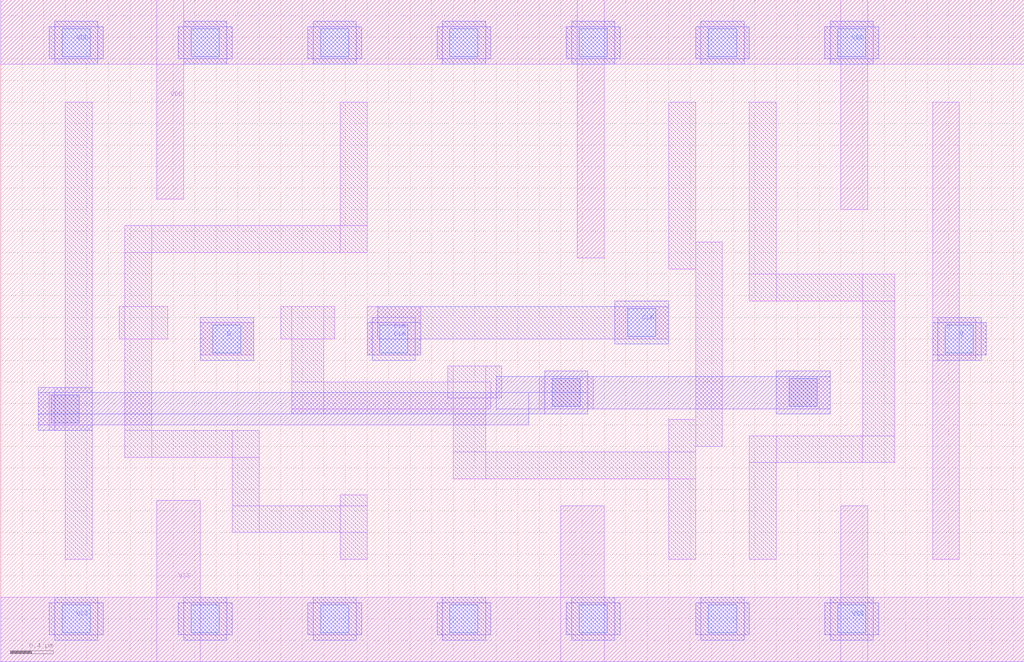
<source format=lef>
# Copyright 2022 Google LLC
# Licensed under the Apache License, Version 2.0 (the "License");
# you may not use this file except in compliance with the License.
# You may obtain a copy of the License at
#
#      http://www.apache.org/licenses/LICENSE-2.0
#
# Unless required by applicable law or agreed to in writing, software
# distributed under the License is distributed on an "AS IS" BASIS,
# WITHOUT WARRANTIES OR CONDITIONS OF ANY KIND, either express or implied.
# See the License for the specific language governing permissions and
# limitations under the License.
VERSION 5.7 ;
BUSBITCHARS "[]" ;
DIVIDERCHAR "/" ;

MACRO gf180mcu_osu_sc_9T_dlat_1
  CLASS CORE ;
  ORIGIN 0 0 ;
  FOREIGN gf180mcu_osu_sc_9T_dlat_1 0 0 ;
  SIZE 9.5 BY 6.15 ;
  SYMMETRY X Y ;
  SITE GF018hv5v_mcu_sc7 ;
  PIN CLK
    DIRECTION INPUT ;
    USE CLOCK ;
    PORT
      LAYER MET1 ;
        RECT 5.7 3 6.2 3.3 ;
        RECT 3.4 2.85 3.9 3.3 ;
      LAYER MET2 ;
        RECT 5.7 2.95 6.2 3.35 ;
        RECT 3.5 3 6.2 3.3 ;
        RECT 3.4 2.85 3.9 3.15 ;
        RECT 3.45 2.8 3.85 3.2 ;
      LAYER VIA12 ;
        RECT 3.52 2.87 3.78 3.13 ;
        RECT 5.82 3.02 6.08 3.28 ;
    END
  END CLK
  PIN D
    DIRECTION INPUT ;
    USE SIGNAL ;
    PORT
      LAYER MET1 ;
        RECT 1.85 2.85 2.35 3.15 ;
      LAYER MET2 ;
        RECT 1.85 2.8 2.35 3.2 ;
      LAYER VIA12 ;
        RECT 1.97 2.87 2.23 3.13 ;
    END
  END D
  PIN Q
    DIRECTION OUTPUT ;
    USE SIGNAL ;
    PORT
      LAYER MET1 ;
        RECT 8.65 2.85 9.15 3.15 ;
        RECT 8.65 2.8 9.05 3.2 ;
        RECT 8.65 0.95 8.9 5.2 ;
      LAYER MET2 ;
        RECT 8.65 2.85 9.15 3.15 ;
        RECT 8.7 2.8 9.1 3.2 ;
      LAYER VIA12 ;
        RECT 8.77 2.87 9.03 3.13 ;
    END
  END Q
  PIN VDD
    DIRECTION INOUT ;
    USE POWER ;
    SHAPE ABUTMENT ;
    PORT
      LAYER MET1 ;
        RECT 0 5.55 9.5 6.15 ;
        RECT 7.8 4.2 8.05 6.15 ;
        RECT 5.35 3.75 5.6 6.15 ;
        RECT 1.45 4.3 1.7 6.15 ;
      LAYER MET2 ;
        RECT 7.65 5.6 8.15 5.9 ;
        RECT 7.7 5.55 8.1 5.95 ;
        RECT 6.45 5.6 6.95 5.9 ;
        RECT 6.5 5.55 6.9 5.95 ;
        RECT 5.25 5.6 5.75 5.9 ;
        RECT 5.3 5.55 5.7 5.95 ;
        RECT 4.05 5.6 4.55 5.9 ;
        RECT 4.1 5.55 4.5 5.95 ;
        RECT 2.85 5.6 3.35 5.9 ;
        RECT 2.9 5.55 3.3 5.95 ;
        RECT 1.65 5.6 2.15 5.9 ;
        RECT 1.7 5.55 2.1 5.95 ;
        RECT 0.45 5.6 0.95 5.9 ;
        RECT 0.5 5.55 0.9 5.95 ;
      LAYER VIA12 ;
        RECT 0.57 5.62 0.83 5.88 ;
        RECT 1.77 5.62 2.03 5.88 ;
        RECT 2.97 5.62 3.23 5.88 ;
        RECT 4.17 5.62 4.43 5.88 ;
        RECT 5.37 5.62 5.63 5.88 ;
        RECT 6.57 5.62 6.83 5.88 ;
        RECT 7.77 5.62 8.03 5.88 ;
    END
  END VDD
  PIN VSS
    DIRECTION INOUT ;
    USE GROUND ;
    PORT
      LAYER MET1 ;
        RECT 0 0 9.5 0.6 ;
        RECT 7.8 0 8.05 1.45 ;
        RECT 5.2 0 5.6 1.45 ;
        RECT 1.45 0 1.85 1.5 ;
      LAYER MET2 ;
        RECT 7.65 0.25 8.15 0.55 ;
        RECT 7.7 0.2 8.1 0.6 ;
        RECT 6.45 0.25 6.95 0.55 ;
        RECT 6.5 0.2 6.9 0.6 ;
        RECT 5.25 0.25 5.75 0.55 ;
        RECT 5.3 0.2 5.7 0.6 ;
        RECT 4.05 0.25 4.55 0.55 ;
        RECT 4.1 0.2 4.5 0.6 ;
        RECT 2.85 0.25 3.35 0.55 ;
        RECT 2.9 0.2 3.3 0.6 ;
        RECT 1.65 0.25 2.15 0.55 ;
        RECT 1.7 0.2 2.1 0.6 ;
        RECT 0.45 0.25 0.95 0.55 ;
        RECT 0.5 0.2 0.9 0.6 ;
      LAYER VIA12 ;
        RECT 0.57 0.27 0.83 0.53 ;
        RECT 1.77 0.27 2.03 0.53 ;
        RECT 2.97 0.27 3.23 0.53 ;
        RECT 4.17 0.27 4.43 0.53 ;
        RECT 5.37 0.27 5.63 0.53 ;
        RECT 6.57 0.27 6.83 0.53 ;
        RECT 7.77 0.27 8.03 0.53 ;
    END
  END VSS
  OBS
    LAYER MET2 ;
      RECT 7.2 2.3 7.7 2.7 ;
      RECT 5.05 2.3 5.45 2.7 ;
      RECT 4.6 2.35 7.7 2.65 ;
      RECT 0.35 2.15 0.85 2.55 ;
      RECT 0.35 2.2 4.9 2.5 ;
      RECT 0.35 2.3 5.45 2.5 ;
    LAYER VIA12 ;
      RECT 7.32 2.37 7.58 2.63 ;
      RECT 5.12 2.37 5.38 2.63 ;
      RECT 0.47 2.22 0.73 2.48 ;
    LAYER MET1 ;
      RECT 6.95 3.35 7.2 5.2 ;
      RECT 6.95 3.35 8.3 3.6 ;
      RECT 8 1.85 8.3 3.6 ;
      RECT 6.95 1.85 8.3 2.1 ;
      RECT 6.95 0.95 7.2 2.1 ;
      RECT 6.2 3.65 6.45 5.2 ;
      RECT 6.45 2 6.7 3.9 ;
      RECT 2.6 3 3.1 3.3 ;
      RECT 2.7 2.3 3 3.3 ;
      RECT 4.15 2.45 4.65 2.75 ;
      RECT 2.7 2.3 4.5 2.6 ;
      RECT 2.7 2.35 4.55 2.6 ;
      RECT 4.2 1.7 4.5 2.75 ;
      RECT 6.2 0.95 6.45 2.25 ;
      RECT 4.2 1.7 6.45 1.95 ;
      RECT 3.15 3.8 3.4 5.2 ;
      RECT 1.15 3.8 3.4 4.05 ;
      RECT 1.15 1.9 1.4 4.05 ;
      RECT 1.1 3 1.55 3.3 ;
      RECT 1.15 1.9 2.4 2.15 ;
      RECT 2.15 1.2 2.4 2.15 ;
      RECT 3.15 0.95 3.4 1.55 ;
      RECT 2.15 1.2 3.4 1.45 ;
      RECT 0.6 0.95 0.85 5.2 ;
      RECT 0.5 2.15 0.85 2.55 ;
      RECT 0.35 2.2 0.85 2.5 ;
      RECT 0.45 2.15 0.85 2.5 ;
      RECT 7.2 2.35 7.7 2.65 ;
      RECT 5 2.35 5.5 2.65 ;
  END
END gf180mcu_osu_sc_9T_dlat_1

</source>
